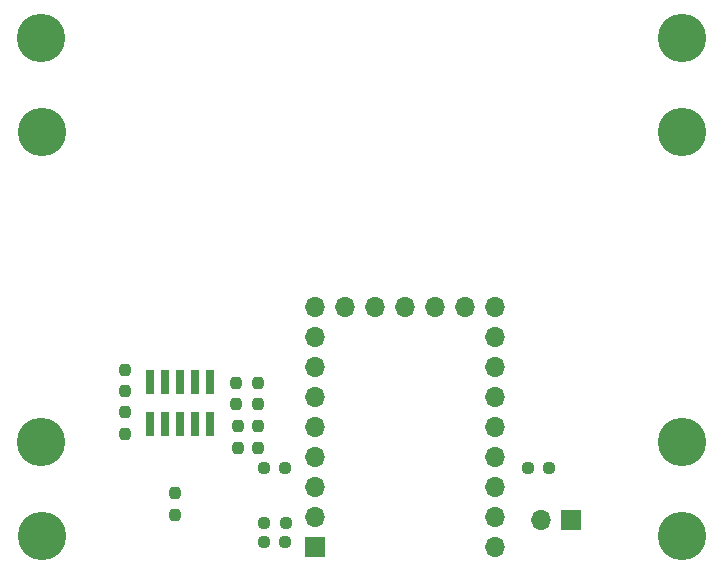
<source format=gbr>
%TF.GenerationSoftware,KiCad,Pcbnew,8.0.1-8.0.1-1~ubuntu22.04.1*%
%TF.CreationDate,2024-04-08T23:00:13-07:00*%
%TF.ProjectId,gps_interposer,6770735f-696e-4746-9572-706f7365722e,rev?*%
%TF.SameCoordinates,Original*%
%TF.FileFunction,Soldermask,Top*%
%TF.FilePolarity,Negative*%
%FSLAX46Y46*%
G04 Gerber Fmt 4.6, Leading zero omitted, Abs format (unit mm)*
G04 Created by KiCad (PCBNEW 8.0.1-8.0.1-1~ubuntu22.04.1) date 2024-04-08 23:00:13*
%MOMM*%
%LPD*%
G01*
G04 APERTURE LIST*
G04 Aperture macros list*
%AMRoundRect*
0 Rectangle with rounded corners*
0 $1 Rounding radius*
0 $2 $3 $4 $5 $6 $7 $8 $9 X,Y pos of 4 corners*
0 Add a 4 corners polygon primitive as box body*
4,1,4,$2,$3,$4,$5,$6,$7,$8,$9,$2,$3,0*
0 Add four circle primitives for the rounded corners*
1,1,$1+$1,$2,$3*
1,1,$1+$1,$4,$5*
1,1,$1+$1,$6,$7*
1,1,$1+$1,$8,$9*
0 Add four rect primitives between the rounded corners*
20,1,$1+$1,$2,$3,$4,$5,0*
20,1,$1+$1,$4,$5,$6,$7,0*
20,1,$1+$1,$6,$7,$8,$9,0*
20,1,$1+$1,$8,$9,$2,$3,0*%
G04 Aperture macros list end*
%ADD10C,3.900000*%
%ADD11C,4.100000*%
%ADD12RoundRect,0.237500X0.250000X0.237500X-0.250000X0.237500X-0.250000X-0.237500X0.250000X-0.237500X0*%
%ADD13RoundRect,0.237500X-0.250000X-0.237500X0.250000X-0.237500X0.250000X0.237500X-0.250000X0.237500X0*%
%ADD14RoundRect,0.237500X-0.237500X0.250000X-0.237500X-0.250000X0.237500X-0.250000X0.237500X0.250000X0*%
%ADD15RoundRect,0.237500X0.237500X-0.250000X0.237500X0.250000X-0.237500X0.250000X-0.237500X-0.250000X0*%
%ADD16R,1.700000X1.700000*%
%ADD17O,1.700000X1.700000*%
%ADD18R,0.750000X2.100000*%
G04 APERTURE END LIST*
D10*
%TO.C,H4*%
X162900000Y-77900000D03*
D11*
X162900000Y-77900000D03*
%TD*%
D12*
%TO.C,R29*%
X183525000Y-112600000D03*
X181700000Y-112600000D03*
%TD*%
D10*
%TO.C,H5*%
X162890000Y-69900000D03*
D11*
X162890000Y-69900000D03*
%TD*%
D13*
%TO.C,R32*%
X204075000Y-106300000D03*
X205900000Y-106300000D03*
%TD*%
D12*
%TO.C,R28*%
X183600000Y-111000000D03*
X181775000Y-111000000D03*
%TD*%
D14*
%TO.C,R25*%
X179400000Y-99100000D03*
X179400000Y-100925000D03*
%TD*%
D10*
%TO.C,H8*%
X162890000Y-104100000D03*
D11*
X162890000Y-104100000D03*
%TD*%
D10*
%TO.C,H1*%
X217100000Y-77900000D03*
D11*
X217100000Y-77900000D03*
%TD*%
D15*
%TO.C,R31*%
X170000000Y-99825000D03*
X170000000Y-98000000D03*
%TD*%
D10*
%TO.C,H3*%
X162900000Y-112100000D03*
D11*
X162900000Y-112100000D03*
%TD*%
D14*
%TO.C,R22*%
X170000000Y-101600000D03*
X170000000Y-103425000D03*
%TD*%
D12*
%TO.C,R30*%
X183525000Y-106300000D03*
X181700000Y-106300000D03*
%TD*%
D14*
%TO.C,R23*%
X181200000Y-99100000D03*
X181200000Y-100925000D03*
%TD*%
D16*
%TO.C,J3*%
X207700000Y-110700000D03*
D17*
X205160000Y-110700000D03*
%TD*%
D10*
%TO.C,H2*%
X217100000Y-112100000D03*
D11*
X217100000Y-112100000D03*
%TD*%
D10*
%TO.C,H7*%
X217090000Y-104100000D03*
D11*
X217090000Y-104100000D03*
%TD*%
D10*
%TO.C,H6*%
X217090000Y-69900000D03*
D11*
X217090000Y-69900000D03*
%TD*%
D14*
%TO.C,R33*%
X174200000Y-108475000D03*
X174200000Y-110300000D03*
%TD*%
D18*
%TO.C,J1*%
X172100000Y-99010000D03*
X172100000Y-102610000D03*
X173370000Y-99010000D03*
X173370000Y-102610000D03*
X174640000Y-99010000D03*
X174640000Y-102610000D03*
X175910000Y-99010000D03*
X175910000Y-102610000D03*
X177180000Y-99010000D03*
X177180000Y-102610000D03*
%TD*%
D16*
%TO.C,U3*%
X186060000Y-113020000D03*
D17*
X186060000Y-110480000D03*
X186060000Y-107940000D03*
X186060000Y-105400000D03*
X186060000Y-102860000D03*
X186060000Y-100320000D03*
X186060000Y-97780000D03*
X186060000Y-95240000D03*
X186060000Y-92700000D03*
X188600000Y-92700000D03*
X191140000Y-92700000D03*
X193680000Y-92700000D03*
X196220000Y-92700000D03*
X198760000Y-92700000D03*
X201300000Y-92700000D03*
X201300000Y-95240000D03*
X201300000Y-97780000D03*
X201300000Y-100320000D03*
X201300000Y-102860000D03*
X201300000Y-105400000D03*
X201300000Y-107940000D03*
X201300000Y-110480000D03*
X201300000Y-113020000D03*
%TD*%
D14*
%TO.C,R26*%
X179500000Y-102800000D03*
X179500000Y-104625000D03*
%TD*%
%TO.C,R24*%
X181200000Y-102800000D03*
X181200000Y-104625000D03*
%TD*%
M02*

</source>
